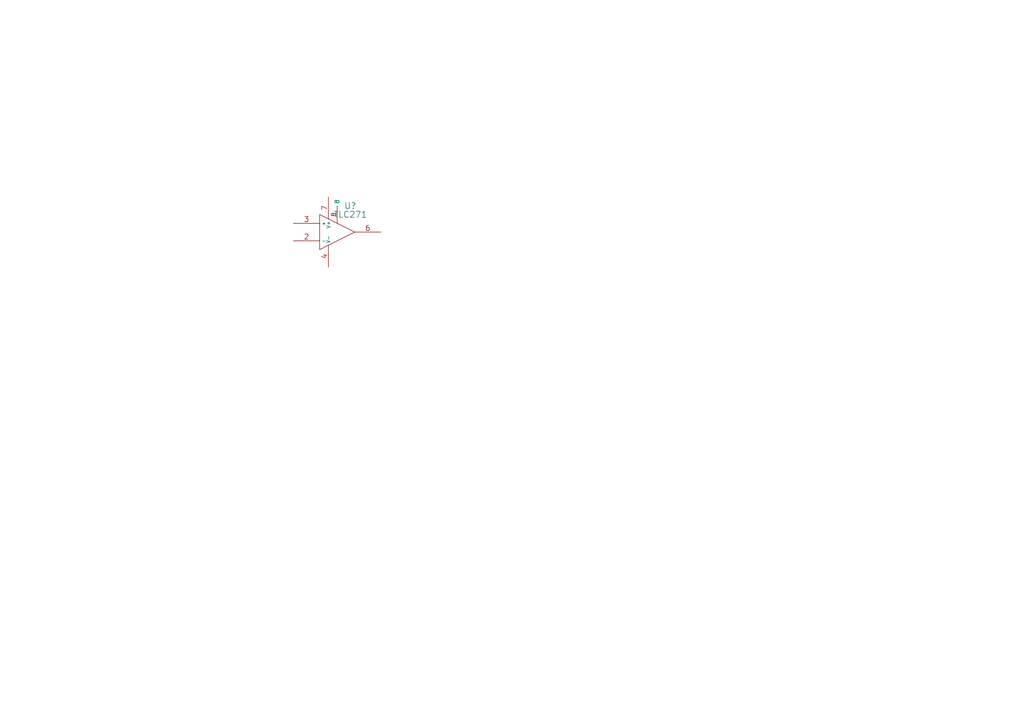
<source format=kicad_sch>
(kicad_sch (version 20230121) (generator eeschema)
  (paper "A4")
  (lib_symbols
    (symbol "Twilight-Photometer-rescue:TLC271"
      (property "Reference" "U" (at 3.81 7.62 0))
      (property "Value" "TLC271" (at 3.81 5.08 0))
      (symbol "TLC271_0_1"
        (polyline (pts (xy -5.08 5.08) (xy 5.08 0) (xy -5.08 -5.08) (xy -5.08 5.08)))
      )
      (symbol "TLC271_1_1"
        (pin input line (at -12.7 -2.54 0) (length 7.62) (name "-") (number "2"))
        (pin input line (at -12.7 2.54 0) (length 7.62) (name "+") (number "3"))
        (pin passive line (at -2.54 -10.16 90) (length 6.35) (name "V-") (number "4"))
        (pin output line (at 12.7 0 180) (length 7.62) (name "~") (number "6"))
        (pin passive line (at -2.54 10.16 270) (length 6.35) (name "V+") (number "7"))
        (pin input line (at 0 2.54 90) (length 5.08) (name "8") (number "8"))
      )
    )
  )
  (symbol (lib_id "Twilight-Photometer-rescue:TLC271") (at 97.79 67.31 0) (unit 1)
    (property "Reference" "U?" (at 101.6 59.69 0) (effects (font (size 1.778 1.778))))
    (property "Value" "TLC271" (at 101.6 62.23 0) (effects (font (size 1.778 1.778))))
  )
)
</source>
